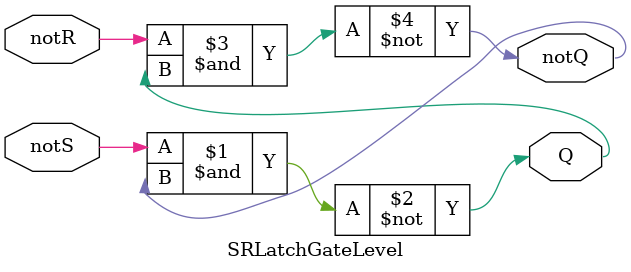
<source format=v>
module SRLatchGateLevel(notS,notR,Q,notQ);

input notS, notR;
output Q, notQ;

nand(Q, notS, notQ);
nand(notQ, notR, Q);

endmodule
</source>
